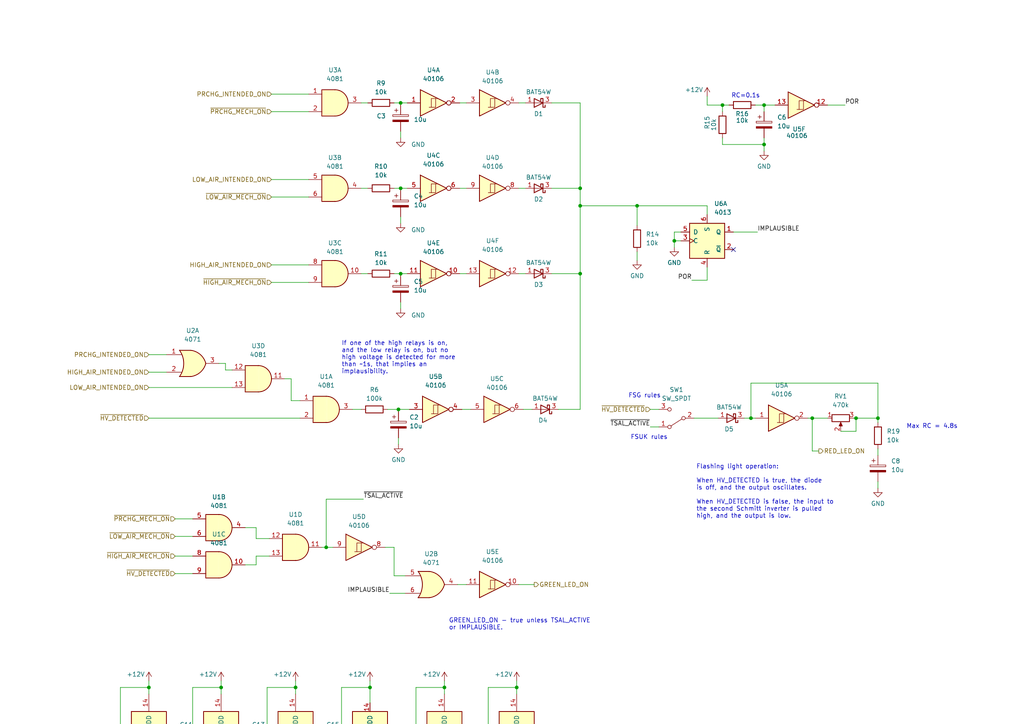
<source format=kicad_sch>
(kicad_sch (version 20211123) (generator eeschema)
  (paper "A4")
  (title_block (title "HV Sense") (date "2023-04-02") (rev "1.1.0") (company "SUFST - Southampton University Formula Student Team") (comment 1 "STAG 9") (comment 3 "Marek Frodyma"))
  (lib_symbols
    (symbol "4xxx:40106" (pin_names (offset 1.016))
      (property "Reference" "U" (at 0 1.27 0))
      (property "Value" "40106" (at 0 -1.27 0))
      (symbol "40106_1_0"
        (pin input line (at -7.62 0 0) (length 3.81) (name "~") (number "1"))
        (pin output inverted (at 7.62 0 180) (length 3.81) (name "~") (number "2"))
      )
      (symbol "40106_2_0"
        (pin input line (at -7.62 0 0) (length 3.81) (name "~") (number "3"))
        (pin output inverted (at 7.62 0 180) (length 3.81) (name "~") (number "4"))
      )
      (symbol "40106_3_0"
        (pin input line (at -7.62 0 0) (length 3.81) (name "~") (number "5"))
        (pin output inverted (at 7.62 0 180) (length 3.81) (name "~") (number "6"))
      )
      (symbol "40106_4_0"
        (pin output inverted (at 7.62 0 180) (length 3.81) (name "~") (number "8"))
        (pin input line (at -7.62 0 0) (length 3.81) (name "~") (number "9"))
      )
      (symbol "40106_5_0"
        (pin output inverted (at 7.62 0 180) (length 3.81) (name "~") (number "10"))
        (pin input line (at -7.62 0 0) (length 3.81) (name "~") (number "11"))
      )
      (symbol "40106_6_0"
        (pin output inverted (at 7.62 0 180) (length 3.81) (name "~") (number "12"))
        (pin input line (at -7.62 0 0) (length 3.81) (name "~") (number "13"))
      )
      (symbol "40106_7_0"
        (pin power_in line (at 0 12.7 270) (length 5.08) (name "VDD") (number "14"))
        (pin power_in line (at 0 -12.7 90) (length 5.08) (name "VSS") (number "7"))
      )
    )
    (symbol "4xxx:4013" (pin_names (offset 1.016))
      (property "Reference" "U" (at -7.62 8.89 0))
      (property "Value" "4013" (at -7.62 -8.89 0))
      (symbol "4013_1_1"
        (pin output line (at 7.62 2.54 180) (length 2.54) (name "Q") (number "1"))
        (pin output line (at 7.62 -2.54 180) (length 2.54) (name "~{Q}") (number "2"))
        (pin input clock (at -7.62 0 0) (length 2.54) (name "C") (number "3"))
        (pin input line (at 0 -7.62 90) (length 2.54) (name "R") (number "4"))
        (pin input line (at -7.62 2.54 0) (length 2.54) (name "D") (number "5"))
        (pin input line (at 0 7.62 270) (length 2.54) (name "S") (number "6"))
      )
      (symbol "4013_2_1"
        (pin input line (at 0 -7.62 90) (length 2.54) (name "R") (number "10"))
        (pin input clock (at -7.62 0 0) (length 2.54) (name "C") (number "11"))
        (pin output line (at 7.62 -2.54 180) (length 2.54) (name "~{Q}") (number "12"))
        (pin output line (at 7.62 2.54 180) (length 2.54) (name "Q") (number "13"))
        (pin input line (at 0 7.62 270) (length 2.54) (name "S") (number "8"))
        (pin input line (at -7.62 2.54 0) (length 2.54) (name "D") (number "9"))
      )
      (symbol "4013_3_0"
        (pin power_in line (at 0 10.16 270) (length 2.54) (name "VDD") (number "14"))
        (pin power_in line (at 0 -10.16 90) (length 2.54) (name "VSS") (number "7"))
      )
    )
    (symbol "4xxx:4071" (pin_names (offset 1.016))
      (property "Reference" "U" (at 0 1.27 0))
      (property "Value" "4071" (at 0 -1.27 0))
      (symbol "4071_1_1"
        (pin input line (at -7.62 2.54 0) (length 4.318) (name "~") (number "1"))
        (pin input line (at -7.62 -2.54 0) (length 4.318) (name "~") (number "2"))
        (pin output line (at 7.62 0 180) (length 3.81) (name "~") (number "3"))
      )
      (symbol "4071_1_2"
        (pin input inverted (at -7.62 2.54 0) (length 3.81) (name "~") (number "1"))
        (pin input inverted (at -7.62 -2.54 0) (length 3.81) (name "~") (number "2"))
        (pin output inverted (at 7.62 0 180) (length 3.81) (name "~") (number "3"))
      )
      (symbol "4071_2_1"
        (pin output line (at 7.62 0 180) (length 3.81) (name "~") (number "4"))
        (pin input line (at -7.62 2.54 0) (length 4.318) (name "~") (number "5"))
        (pin input line (at -7.62 -2.54 0) (length 4.318) (name "~") (number "6"))
      )
      (symbol "4071_2_2"
        (pin output inverted (at 7.62 0 180) (length 3.81) (name "~") (number "4"))
        (pin input inverted (at -7.62 2.54 0) (length 3.81) (name "~") (number "5"))
        (pin input inverted (at -7.62 -2.54 0) (length 3.81) (name "~") (number "6"))
      )
      (symbol "4071_3_1"
        (pin output line (at 7.62 0 180) (length 3.81) (name "~") (number "10"))
        (pin input line (at -7.62 2.54 0) (length 4.318) (name "~") (number "8"))
        (pin input line (at -7.62 -2.54 0) (length 4.318) (name "~") (number "9"))
      )
      (symbol "4071_3_2"
        (pin output inverted (at 7.62 0 180) (length 3.81) (name "~") (number "10"))
        (pin input inverted (at -7.62 2.54 0) (length 3.81) (name "~") (number "8"))
        (pin input inverted (at -7.62 -2.54 0) (length 3.81) (name "~") (number "9"))
      )
      (symbol "4071_4_1"
        (pin output line (at 7.62 0 180) (length 3.81) (name "~") (number "11"))
        (pin input line (at -7.62 2.54 0) (length 4.318) (name "~") (number "12"))
        (pin input line (at -7.62 -2.54 0) (length 4.318) (name "~") (number "13"))
      )
      (symbol "4071_4_2"
        (pin output inverted (at 7.62 0 180) (length 3.81) (name "~") (number "11"))
        (pin input inverted (at -7.62 2.54 0) (length 3.81) (name "~") (number "12"))
        (pin input inverted (at -7.62 -2.54 0) (length 3.81) (name "~") (number "13"))
      )
      (symbol "4071_5_0"
        (pin power_in line (at 0 12.7 270) (length 5.08) (name "VDD") (number "14"))
        (pin power_in line (at 0 -12.7 90) (length 5.08) (name "VSS") (number "7"))
      )
    )
    (symbol "4xxx:4081" (pin_names (offset 1.016))
      (property "Reference" "U" (at 0 1.27 0))
      (property "Value" "4081" (at 0 -1.27 0))
      (symbol "4081_1_1"
        (pin input line (at -7.62 2.54 0) (length 3.81) (name "~") (number "1"))
        (pin input line (at -7.62 -2.54 0) (length 3.81) (name "~") (number "2"))
        (pin output line (at 7.62 0 180) (length 3.81) (name "~") (number "3"))
      )
      (symbol "4081_1_2"
        (pin input inverted (at -7.62 2.54 0) (length 4.318) (name "~") (number "1"))
        (pin input inverted (at -7.62 -2.54 0) (length 4.318) (name "~") (number "2"))
        (pin output inverted (at 7.62 0 180) (length 3.81) (name "~") (number "3"))
      )
      (symbol "4081_2_1"
        (pin output line (at 7.62 0 180) (length 3.81) (name "~") (number "4"))
        (pin input line (at -7.62 2.54 0) (length 3.81) (name "~") (number "5"))
        (pin input line (at -7.62 -2.54 0) (length 3.81) (name "~") (number "6"))
      )
      (symbol "4081_2_2"
        (pin output inverted (at 7.62 0 180) (length 3.81) (name "~") (number "4"))
        (pin input inverted (at -7.62 2.54 0) (length 4.318) (name "~") (number "5"))
        (pin input inverted (at -7.62 -2.54 0) (length 4.318) (name "~") (number "6"))
      )
      (symbol "4081_3_1"
        (pin output line (at 7.62 0 180) (length 3.81) (name "~") (number "10"))
        (pin input line (at -7.62 2.54 0) (length 3.81) (name "~") (number "8"))
        (pin input line (at -7.62 -2.54 0) (length 3.81) (name "~") (number "9"))
      )
      (symbol "4081_3_2"
        (pin output inverted (at 7.62 0 180) (length 3.81) (name "~") (number "10"))
        (pin input inverted (at -7.62 2.54 0) (length 4.318) (name "~") (number "8"))
        (pin input inverted (at -7.62 -2.54 0) (length 4.318) (name "~") (number "9"))
      )
      (symbol "4081_4_1"
        (pin output line (at 7.62 0 180) (length 3.81) (name "~") (number "11"))
        (pin input line (at -7.62 2.54 0) (length 3.81) (name "~") (number "12"))
        (pin input line (at -7.62 -2.54 0) (length 3.81) (name "~") (number "13"))
      )
      (symbol "4081_4_2"
        (pin output inverted (at 7.62 0 180) (length 3.81) (name "~") (number "11"))
        (pin input inverted (at -7.62 2.54 0) (length 4.318) (name "~") (number "12"))
        (pin input inverted (at -7.62 -2.54 0) (length 4.318) (name "~") (number "13"))
      )
      (symbol "4081_5_0"
        (pin power_in line (at 0 12.7 270) (length 5.08) (name "VDD") (number "14"))
        (pin power_in line (at 0 -12.7 90) (length 5.08) (name "VSS") (number "7"))
      )
    )
    (symbol "Device:C" (pin_numbers hide) (pin_names (offset 0.254))
      (property "Reference" "C" (at 0.635 2.54 0))
      (property "Value" "C" (at 0.635 -2.54 0))
      (symbol "C_1_1"
        (pin passive line (at 0 3.81 270) (length 2.794) (name "~") (number "1"))
        (pin passive line (at 0 -3.81 90) (length 2.794) (name "~") (number "2"))
      )
    )
    (symbol "Device:C_Polarized" (pin_numbers hide) (pin_names (offset 0.254))
      (property "Reference" "C" (at 0.635 2.54 0))
      (property "Value" "C_Polarized" (at 0.635 -2.54 0))
      (symbol "C_Polarized_1_1"
        (pin passive line (at 0 3.81 270) (length 2.794) (name "~") (number "1"))
        (pin passive line (at 0 -3.81 90) (length 2.794) (name "~") (number "2"))
      )
    )
    (symbol "Device:R" (pin_numbers hide) (pin_names (offset 0))
      (property "Reference" "R" (at 2.032 0 90))
      (property "Value" "R" (at 0 0 90))
      (symbol "R_1_1"
        (pin passive line (at 0 3.81 270) (length 1.27) (name "~") (number "1"))
        (pin passive line (at 0 -3.81 90) (length 1.27) (name "~") (number "2"))
      )
    )
    (symbol "Device:R_Potentiometer" (pin_names (offset 1.016) hide)
      (property "Reference" "RV" (at -4.445 0 90))
      (property "Value" "R_Potentiometer" (at -2.54 0 90))
      (symbol "R_Potentiometer_1_1"
        (pin passive line (at 0 3.81 270) (length 1.27) (name "1") (number "1"))
        (pin passive line (at 3.81 0 180) (length 1.27) (name "2") (number "2"))
        (pin passive line (at 0 -3.81 90) (length 1.27) (name "3") (number "3"))
      )
    )
    (symbol "Diode:BAT54W" (pin_names (offset 1.016) hide)
      (property "Reference" "D" (at 0 2.54 0))
      (property "Value" "BAT54W" (at 0 -2.54 0))
      (symbol "BAT54W_1_1"
        (pin passive line (at 3.81 0 180) (length 2.54) (name "A") (number "1"))
        (pin no_connect line (at 0 0 90) (length 2.54) hide (name "NC") (number "2"))
        (pin passive line (at -3.81 0 0) (length 2.54) (name "K") (number "3"))
      )
    )
    (symbol "Switch:SW_SPDT" (pin_names (offset 0) hide)
      (property "Reference" "SW" (at 0 4.318 0))
      (property "Value" "SW_SPDT" (at 0 -5.08 0))
      (symbol "SW_SPDT_1_1"
        (pin passive line (at 5.08 2.54 180) (length 2.54) (name "A") (number "1"))
        (pin passive line (at -5.08 0 0) (length 2.54) (name "B") (number "2"))
        (pin passive line (at 5.08 -2.54 180) (length 2.54) (name "C") (number "3"))
      )
    )
    (symbol "power:+12V" (power) (pin_names (offset 0))
      (property "Value" "+12V" (at 0 3.556 0))
      (symbol "+12V_1_1"
        (pin power_in line (at 0 0 90) (length 0) hide (name "+12V") (number "1"))
      )
    )
    (symbol "power:GND" (power) (pin_names (offset 0))
      (property "Value" "GND" (at 0 -3.81 0))
      (symbol "GND_1_1"
        (pin power_in line (at 0 0 270) (length 0) hide (name "GND") (number "1"))
      )
    )
  )
  (junction (at 116.205 79.375))
  (junction (at 116.205 54.61))
  (junction (at 168.275 79.375))
  (junction (at 43.18 199.39))
  (junction (at 128.905 199.39))
  (junction (at 85.725 228.6))
  (junction (at 116.205 29.845))
  (junction (at 85.725 199.39))
  (junction (at 64.135 199.39))
  (junction (at 195.58 69.85))
  (junction (at 149.86 199.39))
  (junction (at 221.615 30.48))
  (junction (at 235.585 121.285))
  (junction (at 33.02 253.365))
  (junction (at 168.275 54.61))
  (junction (at 115.57 255.27))
  (junction (at 209.55 30.48))
  (junction (at 128.905 228.6))
  (junction (at 107.315 228.6))
  (junction (at 123.19 265.43))
  (junction (at 32.385 265.43))
  (junction (at 248.285 121.285))
  (junction (at 221.615 41.91))
  (junction (at 43.18 228.6))
  (junction (at 149.86 228.6))
  (junction (at 107.315 199.39))
  (junction (at 184.785 59.69))
  (junction (at 217.805 121.285))
  (junction (at 115.57 257.81))
  (junction (at 254.635 121.285))
  (junction (at 94.615 158.75))
  (junction (at 115.57 118.745))
  (junction (at 64.135 228.6))
  (junction (at 168.275 59.69))
  (no_connect (at 212.725 72.39))
  (no_connect (at 130.81 255.27))
  (no_connect (at 130.81 260.35))
  (no_connect (at 50.165 250.825))
  (no_connect (at 49.53 262.89))
  (wire (pts (xy 43.18 228.6) (xy 43.18 226.695)))
  (wire (pts (xy 240.03 30.48) (xy 245.11 30.48)))
  (wire (pts (xy 128.905 228.6) (xy 128.905 230.505)))
  (wire (pts (xy 209.55 30.48) (xy 209.55 32.385)))
  (wire (pts (xy 141.605 228.6) (xy 149.86 228.6)))
  (wire (pts (xy 32.385 265.43) (xy 34.29 265.43)))
  (wire (pts (xy 247.65 121.285) (xy 248.285 121.285)))
  (wire (pts (xy 168.275 118.745) (xy 168.275 79.375)))
  (wire (pts (xy 77.47 228.6) (xy 85.725 228.6)))
  (wire (pts (xy 107.315 199.39) (xy 107.315 203.835)))
  (wire (pts (xy 84.455 116.205) (xy 86.995 116.205)))
  (wire (pts (xy 209.55 30.48) (xy 211.455 30.48)))
  (wire (pts (xy 205.105 77.47) (xy 205.105 81.28)))
  (wire (pts (xy 33.02 248.285) (xy 33.02 253.365)))
  (wire (pts (xy 94.615 158.75) (xy 96.52 158.75)))
  (wire (pts (xy 77.47 199.39) (xy 85.725 199.39)))
  (wire (pts (xy 221.615 40.005) (xy 221.615 41.91)))
  (wire (pts (xy 74.295 156.21) (xy 78.105 156.21)))
  (wire (pts (xy 132.715 169.545) (xy 135.255 169.545)))
  (wire (pts (xy 234.315 121.285) (xy 235.585 121.285)))
  (wire (pts (xy 112.395 118.745) (xy 115.57 118.745)))
  (wire (pts (xy 64.135 228.6) (xy 64.135 226.695)))
  (wire (pts (xy 116.205 79.375) (xy 118.11 79.375)))
  (wire (pts (xy 50.8 155.575) (xy 55.88 155.575)))
  (wire (pts (xy 215.9 121.285) (xy 217.805 121.285)))
  (wire (pts (xy 116.205 29.845) (xy 116.205 30.48)))
  (wire (pts (xy 34.925 228.6) (xy 43.18 228.6)))
  (wire (pts (xy 114.3 79.375) (xy 116.205 79.375)))
  (wire (pts (xy 150.495 54.61) (xy 152.4 54.61)))
  (wire (pts (xy 117.475 167.005) (xy 114.3 167.005)))
  (wire (pts (xy 43.18 102.87) (xy 48.26 102.87)))
  (wire (pts (xy 104.775 54.61) (xy 106.68 54.61)))
  (wire (pts (xy 115.57 127) (xy 115.57 128.905)))
  (wire (pts (xy 34.925 218.44) (xy 34.925 228.6)))
  (wire (pts (xy 71.12 163.83) (xy 74.295 163.83)))
  (wire (pts (xy 168.275 29.845) (xy 168.275 54.61)))
  (wire (pts (xy 254.635 121.285) (xy 254.635 111.125)))
  (wire (pts (xy 64.135 199.39) (xy 64.135 201.295)))
  (wire (pts (xy 43.18 197.485) (xy 43.18 199.39)))
  (wire (pts (xy 84.455 109.855) (xy 84.455 116.205)))
  (wire (pts (xy 32.385 266.7) (xy 32.385 265.43)))
  (wire (pts (xy 209.55 40.005) (xy 209.55 41.91)))
  (wire (pts (xy 188.595 123.825) (xy 191.135 123.825)))
  (wire (pts (xy 184.785 59.69) (xy 168.275 59.69)))
  (wire (pts (xy 133.35 29.845) (xy 135.255 29.845)))
  (wire (pts (xy 235.585 130.81) (xy 237.49 130.81)))
  (wire (pts (xy 99.06 228.6) (xy 107.315 228.6)))
  (wire (pts (xy 115.57 118.745) (xy 115.57 119.38)))
  (wire (pts (xy 107.315 197.485) (xy 107.315 199.39)))
  (wire (pts (xy 78.74 57.15) (xy 89.535 57.15)))
  (wire (pts (xy 55.88 228.6) (xy 64.135 228.6)))
  (wire (pts (xy 149.86 228.6) (xy 149.86 226.695)))
  (wire (pts (xy 217.805 111.125) (xy 217.805 121.285)))
  (wire (pts (xy 50.8 166.37) (xy 55.88 166.37)))
  (wire (pts (xy 205.105 59.69) (xy 184.785 59.69)))
  (wire (pts (xy 34.925 248.285) (xy 33.02 248.285)))
  (wire (pts (xy 64.135 197.485) (xy 64.135 199.39)))
  (wire (pts (xy 120.65 228.6) (xy 128.905 228.6)))
  (wire (pts (xy 78.74 27.305) (xy 89.535 27.305)))
  (wire (pts (xy 116.205 54.61) (xy 118.11 54.61)))
  (wire (pts (xy 141.605 210.82) (xy 141.605 199.39)))
  (wire (pts (xy 184.785 65.405) (xy 184.785 59.69)))
  (wire (pts (xy 74.295 161.29) (xy 78.105 161.29)))
  (wire (pts (xy 78.74 76.835) (xy 89.535 76.835)))
  (wire (pts (xy 120.65 218.44) (xy 120.65 228.6)))
  (wire (pts (xy 65.405 105.41) (xy 63.5 105.41)))
  (wire (pts (xy 205.105 62.23) (xy 205.105 59.69)))
  (wire (pts (xy 150.495 29.845) (xy 152.4 29.845)))
  (wire (pts (xy 102.235 118.745) (xy 104.775 118.745)))
  (wire (pts (xy 150.495 79.375) (xy 152.4 79.375)))
  (wire (pts (xy 33.02 253.365) (xy 34.925 253.365)))
  (wire (pts (xy 120.65 210.82) (xy 120.65 199.39)))
  (wire (pts (xy 133.985 118.745) (xy 136.525 118.745)))
  (wire (pts (xy 219.075 30.48) (xy 221.615 30.48)))
  (wire (pts (xy 116.205 62.865) (xy 116.205 64.77)))
  (wire (pts (xy 115.57 265.43) (xy 123.19 265.43)))
  (wire (pts (xy 99.06 218.44) (xy 99.06 228.6)))
  (wire (pts (xy 243.84 125.095) (xy 248.285 125.095)))
  (wire (pts (xy 149.86 197.485) (xy 149.86 199.39)))
  (wire (pts (xy 161.925 118.745) (xy 168.275 118.745)))
  (wire (pts (xy 55.88 218.44) (xy 55.88 228.6)))
  (wire (pts (xy 150.495 169.545) (xy 154.94 169.545)))
  (wire (pts (xy 133.35 79.375) (xy 135.255 79.375)))
  (wire (pts (xy 113.03 172.085) (xy 117.475 172.085)))
  (wire (pts (xy 94.615 144.78) (xy 105.41 144.78)))
  (wire (pts (xy 115.57 118.745) (xy 118.745 118.745)))
  (wire (pts (xy 116.205 29.845) (xy 118.11 29.845)))
  (wire (pts (xy 65.405 107.315) (xy 65.405 105.41)))
  (wire (pts (xy 34.29 260.35) (xy 32.385 260.35)))
  (wire (pts (xy 85.725 197.485) (xy 85.725 199.39)))
  (wire (pts (xy 201.295 121.285) (xy 208.28 121.285)))
  (wire (pts (xy 168.275 59.69) (xy 168.275 79.375)))
  (wire (pts (xy 248.285 125.095) (xy 248.285 121.285)))
  (wire (pts (xy 205.105 30.48) (xy 209.55 30.48)))
  (wire (pts (xy 128.905 228.6) (xy 128.905 226.695)))
  (wire (pts (xy 116.205 87.63) (xy 116.205 89.535)))
  (wire (pts (xy 188.595 118.745) (xy 191.135 118.745)))
  (wire (pts (xy 50.8 150.495) (xy 55.88 150.495)))
  (wire (pts (xy 149.86 228.6) (xy 149.86 230.505)))
  (wire (pts (xy 195.58 67.31) (xy 197.485 67.31)))
  (wire (pts (xy 107.315 228.6) (xy 107.315 230.505)))
  (wire (pts (xy 123.19 250.19) (xy 115.57 250.19)))
  (wire (pts (xy 151.765 118.745) (xy 154.305 118.745)))
  (wire (pts (xy 111.76 158.75) (xy 114.3 158.75)))
  (wire (pts (xy 104.775 29.845) (xy 106.68 29.845)))
  (wire (pts (xy 160.02 79.375) (xy 168.275 79.375)))
  (wire (pts (xy 64.135 228.6) (xy 64.135 230.505)))
  (wire (pts (xy 74.295 163.83) (xy 74.295 161.29)))
  (wire (pts (xy 43.18 199.39) (xy 43.18 201.295)))
  (wire (pts (xy 77.47 210.82) (xy 77.47 199.39)))
  (wire (pts (xy 33.02 254.635) (xy 33.02 253.365)))
  (wire (pts (xy 254.635 121.285) (xy 254.635 122.555)))
  (wire (pts (xy 99.06 210.82) (xy 99.06 199.39)))
  (wire (pts (xy 221.615 30.48) (xy 224.79 30.48)))
  (wire (pts (xy 128.905 197.485) (xy 128.905 199.39)))
  (wire (pts (xy 55.88 199.39) (xy 64.135 199.39)))
  (wire (pts (xy 160.02 54.61) (xy 168.275 54.61)))
  (wire (pts (xy 254.635 130.175) (xy 254.635 132.08)))
  (wire (pts (xy 168.275 54.61) (xy 168.275 59.69)))
  (wire (pts (xy 128.905 199.39) (xy 128.905 201.295)))
  (wire (pts (xy 116.205 79.375) (xy 116.205 80.01)))
  (wire (pts (xy 77.47 218.44) (xy 77.47 228.6)))
  (wire (pts (xy 71.12 153.035) (xy 74.295 153.035)))
  (wire (pts (xy 114.3 29.845) (xy 116.205 29.845)))
  (wire (pts (xy 74.295 153.035) (xy 74.295 156.21)))
  (wire (pts (xy 120.65 199.39) (xy 128.905 199.39)))
  (wire (pts (xy 254.635 139.7) (xy 254.635 141.605)))
  (wire (pts (xy 123.19 265.43) (xy 123.19 267.335)))
  (wire (pts (xy 78.74 81.915) (xy 89.535 81.915)))
  (wire (pts (xy 221.615 41.91) (xy 221.615 43.815)))
  (wire (pts (xy 205.105 81.28) (xy 200.66 81.28)))
  (wire (pts (xy 78.74 52.07) (xy 89.535 52.07)))
  (wire (pts (xy 55.88 210.82) (xy 55.88 199.39)))
  (wire (pts (xy 221.615 30.48) (xy 221.615 32.385)))
  (wire (pts (xy 43.18 112.395) (xy 67.31 112.395)))
  (wire (pts (xy 115.57 250.19) (xy 115.57 255.27)))
  (wire (pts (xy 67.31 107.315) (xy 65.405 107.315)))
  (wire (pts (xy 99.06 199.39) (xy 107.315 199.39)))
  (wire (pts (xy 195.58 69.85) (xy 195.58 67.31)))
  (wire (pts (xy 114.3 54.61) (xy 116.205 54.61)))
  (wire (pts (xy 116.205 54.61) (xy 116.205 55.245)))
  (wire (pts (xy 209.55 41.91) (xy 221.615 41.91)))
  (wire (pts (xy 34.925 210.82) (xy 34.925 199.39)))
  (wire (pts (xy 116.205 38.1) (xy 116.205 40.005)))
  (wire (pts (xy 85.725 228.6) (xy 85.725 226.695)))
  (wire (pts (xy 141.605 218.44) (xy 141.605 228.6)))
  (wire (pts (xy 195.58 71.755) (xy 195.58 69.85)))
  (wire (pts (xy 149.86 199.39) (xy 149.86 201.295)))
  (wire (pts (xy 212.725 67.31) (xy 219.71 67.31)))
  (wire (pts (xy 217.805 121.285) (xy 219.075 121.285)))
  (wire (pts (xy 141.605 199.39) (xy 149.86 199.39)))
  (wire (pts (xy 78.74 32.385) (xy 89.535 32.385)))
  (wire (pts (xy 82.55 109.855) (xy 84.455 109.855)))
  (wire (pts (xy 94.615 158.75) (xy 94.615 144.78)))
  (wire (pts (xy 133.35 54.61) (xy 135.255 54.61)))
  (wire (pts (xy 114.3 167.005) (xy 114.3 158.75)))
  (wire (pts (xy 235.585 121.285) (xy 235.585 130.81)))
  (wire (pts (xy 50.8 161.29) (xy 55.88 161.29)))
  (wire (pts (xy 43.18 107.95) (xy 48.26 107.95)))
  (wire (pts (xy 195.58 69.85) (xy 197.485 69.85)))
  (wire (pts (xy 235.585 121.285) (xy 240.03 121.285)))
  (wire (pts (xy 184.785 73.025) (xy 184.785 75.565)))
  (wire (pts (xy 104.775 79.375) (xy 106.68 79.375)))
  (wire (pts (xy 85.725 228.6) (xy 85.725 230.505)))
  (wire (pts (xy 93.345 158.75) (xy 94.615 158.75)))
  (wire (pts (xy 85.725 199.39) (xy 85.725 201.295)))
  (wire (pts (xy 43.18 228.6) (xy 43.18 230.505)))
  (wire (pts (xy 107.315 224.155) (xy 107.315 228.6)))
  (wire (pts (xy 248.285 121.285) (xy 254.635 121.285)))
  (wire (pts (xy 115.57 255.27) (xy 115.57 257.81)))
  (wire (pts (xy 160.02 29.845) (xy 168.275 29.845)))
  (wire (pts (xy 32.385 260.35) (xy 32.385 265.43)))
  (wire (pts (xy 115.57 257.81) (xy 115.57 265.43)))
  (wire (pts (xy 43.18 121.285) (xy 86.995 121.285)))
  (wire (pts (xy 254.635 111.125) (xy 217.805 111.125)))
  (wire (pts (xy 34.925 199.39) (xy 43.18 199.39)))
  (wire (pts (xy 205.105 27.94) (xy 205.105 30.48)))
  (text "Flashing light operation:\n\nWhen HV_DETECTED is true, the diode \nis off, and the output oscillates.\n\nWhen HV_DETECTED is false, the input to\nthe second Schmitt inverter is pulled\nhigh, and the output is low." (at 201.93 150.495 0) (effects (font (size 1.27 1.27)) (justify left bottom)))
  (text "Max RC = 4.8s" (at 262.89 124.46 0) (effects (font (size 1.27 1.27)) (justify left bottom)))
  (text "GREEN_LED_ON - true unless TSAL_ACTIVE\nor IMPLAUSIBLE." (at 130.175 182.88 0) (effects (font (size 1.27 1.27)) (justify left bottom)))
  (text "FSG rules" (at 182.245 115.57 0) (effects (font (size 1.27 1.27)) (justify left bottom)))
  (text "If one of the high relays is on,\nand the low relay is on, but no\nhigh voltage is detected for more\nthan ~1s, that implies an \nimplausibility." (at 99.06 108.585 0) (effects (font (size 1.27 1.27)) (justify left bottom)))
  (text "FSUK rules" (at 182.88 127.635 0) (effects (font (size 1.27 1.27)) (justify left bottom)))
  (text "RC=0.1s" (at 212.09 28.575 0) (effects (font (size 1.27 1.27)) (justify left bottom)))
  (label "~{TSAL_ACTIVE}" (at 188.595 123.825 180))
  (label "POR" (at 245.11 30.48 0))
  (label "POR" (at 200.66 81.28 180))
  (label "IMPLAUSIBLE" (at 113.03 172.085 180))
  (label "IMPLAUSIBLE" (at 219.71 67.31 0))
  (label "~{TSAL_ACTIVE}" (at 105.41 144.78 0))
  (hierarchical_label "HIGH_AIR_INTENDED_ON" (shape input) (at 43.18 107.95 180))
  (hierarchical_label "GREEN_LED_ON" (shape output) (at 154.94 169.545 0))
  (hierarchical_label "~{LOW_AIR_MECH_ON}" (shape input) (at 50.8 155.575 180))
  (hierarchical_label "LOW_AIR_INTENDED_ON" (shape input) (at 78.74 52.07 180))
  (hierarchical_label "HIGH_AIR_INTENDED_ON" (shape input) (at 78.74 76.835 180))
  (hierarchical_label "RED_LED_ON" (shape output) (at 237.49 130.81 0))
  (hierarchical_label "~{HIGH_AIR_MECH_ON}" (shape input) (at 50.8 161.29 180))
  (hierarchical_label "~{LOW_AIR_MECH_ON}" (shape input) (at 78.74 57.15 180))
  (hierarchical_label "~{PRCHG_MECH_ON}" (shape input) (at 50.8 150.495 180))
  (hierarchical_label "~{HIGH_AIR_MECH_ON}" (shape input) (at 78.74 81.915 180))
  (hierarchical_label "~{HV_DETECTED}" (shape input) (at 50.8 166.37 180))
  (hierarchical_label "~{PRCHG_MECH_ON}" (shape input) (at 78.74 32.385 180))
  (hierarchical_label "PRCHG_INTENDED_ON" (shape input) (at 78.74 27.305 180))
  (hierarchical_label "~{HV_DETECTED}" (shape input) (at 188.595 118.745 180))
  (hierarchical_label "PRCHG_INTENDED_ON" (shape input) (at 43.18 102.87 180))
  (hierarchical_label "~{HV_DETECTED}" (shape input) (at 43.18 121.285 180))
  (hierarchical_label "LOW_AIR_INTENDED_ON" (shape input) (at 43.18 112.395 180))
  (symbol (lib_id "4xxx:4071") (at 55.88 105.41 0) (unit 1)
    (property "Reference" "U2" (at 55.88 95.885 0))
    (property "Value" "4071" (at 55.88 98.425 0))
    (property "Footprint" "Package_SO:SOIC-14_3.9x8.7mm_P1.27mm" (effects hide))
    (property "Datasheet" "http://www.intersil.com/content/dam/Intersil/documents/cd40/cd4071bms-72bms-75bms.pdf" (effects hide))
  )
  (symbol (lib_id "Switch:SW_SPDT") (at 196.215 121.285 180) (unit 1)
    (property "Reference" "SW1" (at 196.215 113.03 0))
    (property "Value" "SW_SPDT" (at 196.215 115.57 0))
    (property "Footprint" "Connector_PinHeader_2.54mm:PinHeader_1x03_P2.54mm_Vertical" (effects hide))
  )
  (symbol (lib_id "Device:R_Potentiometer") (at 243.84 121.285 90) (mirror x) (unit 1)
    (property "Reference" "RV1" (at 243.84 114.935 90))
    (property "Value" "470k" (at 243.84 117.475 90))
    (property "Footprint" "Potentiometer_THT:Potentiometer_Bourns_3296W_Vertical" (effects hide))
  )
  (symbol (lib_id "power:GND") (at 32.385 266.7 0) (unit 1)
    (property "Reference" "#PWR0101" (effects hide))
    (property "Value" "GND" (at 32.385 271.145 0))
  )
  (symbol (lib_id "Device:C") (at 99.06 214.63 0) (unit 1)
    (property "Reference" "C15" (at 94.615 210.185 0) (effects (justify left)))
    (property "Value" "100n" (at 93.345 212.09 0) (effects (justify left)))
    (property "Footprint" "Capacitor_SMD:C_0603_1608Metric" (effects hide))
  )
  (symbol (lib_id "4xxx:40106") (at 232.41 30.48 0) (unit 6)
    (property "Reference" "U5" (at 231.775 37.465 0))
    (property "Value" "40106" (at 231.14 39.37 0))
    (property "Footprint" "Package_SO:SOIC-14_3.9x8.7mm_P1.27mm" (effects hide))
    (property "Datasheet" "https://assets.nexperia.com/documents/data-sheet/HEF40106B.pdf" (effects hide))
  )
  (symbol (lib_id "Device:R") (at 110.49 54.61 90) (unit 1)
    (property "Reference" "R10" (at 110.49 48.26 90))
    (property "Value" "10k" (at 110.49 50.8 90))
    (property "Footprint" "Resistor_SMD:R_0603_1608Metric" (effects hide))
  )
  (symbol (lib_id "power:GND") (at 116.205 40.005 0) (unit 1)
    (property "Reference" "#PWR010" (effects hide))
    (property "Value" "GND" (at 121.285 41.91 0))
  )
  (symbol (lib_id "4xxx:4071") (at 125.095 169.545 0) (unit 2)
    (property "Reference" "U2" (at 125.095 160.655 0))
    (property "Value" "4071" (at 125.095 163.195 0))
    (property "Footprint" "Package_SO:SOIC-14_3.9x8.7mm_P1.27mm" (effects hide))
    (property "Datasheet" "http://www.intersil.com/content/dam/Intersil/documents/cd40/cd4071bms-72bms-75bms.pdf" (effects hide))
  )
  (symbol (lib_id "4xxx:4081") (at 63.5 153.035 0) (unit 2)
    (property "Reference" "U1" (at 63.5 144.145 0))
    (property "Value" "4081" (at 63.5 146.685 0))
    (property "Footprint" "Package_SO:SOIC-14_3.9x8.7mm_P1.27mm" (effects hide))
    (property "Datasheet" "http://www.intersil.com/content/dam/Intersil/documents/cd40/cd4073bms-81bms-82bms.pdf" (effects hide))
  )
  (symbol (lib_id "Device:R") (at 110.49 79.375 90) (unit 1)
    (property "Reference" "R11" (at 110.49 73.66 90))
    (property "Value" "10k" (at 110.49 76.2 90))
    (property "Footprint" "Resistor_SMD:R_0603_1608Metric" (effects hide))
  )
  (symbol (lib_id "power:+12V") (at 128.905 197.485 0) (unit 1)
    (property "Reference" "#PWR027" (effects hide))
    (property "Value" "+12V" (at 125.095 195.58 0))
  )
  (symbol (lib_id "4xxx:4013") (at 205.105 69.85 0) (unit 1)
    (property "Reference" "U6" (at 207.1244 59.055 0) (effects (justify left)))
    (property "Value" "4013" (at 207.1244 61.595 0) (effects (justify left)))
    (property "Footprint" "Package_SO:SOIC-14_3.9x8.7mm_P1.27mm" (effects hide))
    (property "Datasheet" "http://www.onsemi.com/pub/Collateral/MC14013B-D.PDF" (effects hide))
  )
  (symbol (lib_id "Diode:BAT54W") (at 212.09 121.285 180) (unit 1)
    (property "Reference" "D5" (at 211.455 124.46 0))
    (property "Value" "BAT54W" (at 211.455 118.11 0))
    (property "Footprint" "Package_TO_SOT_SMD:SOT-323_SC-70" (effects hide))
    (property "Datasheet" "https://assets.nexperia.com/documents/data-sheet/BAT54W_SER.pdf" (effects hide))
  )
  (symbol (lib_id "power:GND") (at 64.135 230.505 0) (unit 1)
    (property "Reference" "#PWR030" (effects hide))
    (property "Value" "GND" (at 64.135 234.95 0))
  )
  (symbol (lib_id "4xxx:40106") (at 64.135 213.995 0) (unit 7)
    (property "Reference" "U4" (at 66.675 223.52 0) (effects (justify left)))
    (property "Value" "40106" (at 65.405 225.425 0) (effects (justify left)))
    (property "Footprint" "Package_SO:SOIC-14_3.9x8.7mm_P1.27mm" (effects hide))
    (property "Datasheet" "https://assets.nexperia.com/documents/data-sheet/HEF40106B.pdf" (effects hide))
  )
  (symbol (lib_id "Device:R") (at 108.585 118.745 90) (unit 1)
    (property "Reference" "R6" (at 108.585 113.03 90))
    (property "Value" "100k" (at 108.585 115.57 90))
    (property "Footprint" "Resistor_SMD:R_0603_1608Metric" (effects hide))
  )
  (symbol (lib_id "power:+12V") (at 107.315 197.485 0) (unit 1)
    (property "Reference" "#PWR040" (effects hide))
    (property "Value" "+12V" (at 103.505 195.58 0))
  )
  (symbol (lib_id "4xxx:40106") (at 142.875 54.61 0) (unit 4)
    (property "Reference" "U4" (at 142.875 45.72 0))
    (property "Value" "40106" (at 142.875 48.26 0))
    (property "Footprint" "Package_SO:SOIC-14_3.9x8.7mm_P1.27mm" (effects hide))
    (property "Datasheet" "https://assets.nexperia.com/documents/data-sheet/HEF40106B.pdf" (effects hide))
  )
  (symbol (lib_id "Device:R") (at 209.55 36.195 0) (unit 1)
    (property "Reference" "R15" (at 205.105 35.56 90))
    (property "Value" "10k" (at 207.01 36.195 90))
    (property "Footprint" "Resistor_SMD:R_0603_1608Metric" (effects hide))
  )
  (symbol (lib_id "power:GND") (at 184.785 75.565 0) (unit 1)
    (property "Reference" "#PWR013" (effects hide))
    (property "Value" "GND" (at 184.785 80.01 0))
  )
  (symbol (lib_id "power:+12V") (at 64.135 197.485 0) (unit 1)
    (property "Reference" "#PWR029" (effects hide))
    (property "Value" "+12V" (at 60.325 195.58 0))
  )
  (symbol (lib_id "power:+12V") (at 205.105 27.94 0) (unit 1)
    (property "Reference" "#PWR014" (effects hide))
    (property "Value" "+12V" (at 201.295 26.035 0))
  )
  (symbol (lib_id "power:GND") (at 195.58 71.755 0) (unit 1)
    (property "Reference" "#PWR015" (effects hide))
    (property "Value" "GND" (at 195.58 76.2 0))
  )
  (symbol (lib_id "power:GND") (at 128.905 230.505 0) (unit 1)
    (property "Reference" "#PWR028" (effects hide))
    (property "Value" "GND" (at 128.905 234.95 0))
  )
  (symbol (lib_id "4xxx:4071") (at 41.91 262.89 0) (unit 4)
    (property "Reference" "U2" (at 41.91 254 0))
    (property "Value" "4071" (at 41.91 256.54 0))
    (property "Footprint" "Package_SO:SOIC-14_3.9x8.7mm_P1.27mm" (effects hide))
    (property "Datasheet" "http://www.intersil.com/content/dam/Intersil/documents/cd40/cd4071bms-72bms-75bms.pdf" (effects hide))
  )
  (symbol (lib_id "Device:C") (at 55.88 214.63 0) (unit 1)
    (property "Reference" "C11" (at 52.07 210.185 0) (effects (justify left)))
    (property "Value" "100n" (at 50.165 212.09 0) (effects (justify left)))
    (property "Footprint" "Capacitor_SMD:C_0603_1608Metric" (effects hide))
  )
  (symbol (lib_id "power:GND") (at 116.205 89.535 0) (unit 1)
    (property "Reference" "#PWR012" (effects hide))
    (property "Value" "GND" (at 121.285 91.44 0))
  )
  (symbol (lib_id "Diode:BAT54W") (at 158.115 118.745 180) (unit 1)
    (property "Reference" "D4" (at 157.48 121.92 0))
    (property "Value" "BAT54W" (at 158.115 115.57 0))
    (property "Footprint" "Package_TO_SOT_SMD:SOT-323_SC-70" (effects hide))
    (property "Datasheet" "https://assets.nexperia.com/documents/data-sheet/BAT54W_SER.pdf" (effects hide))
  )
  (symbol (lib_id "4xxx:40106") (at 144.145 118.745 0) (unit 3)
    (property "Reference" "U5" (at 144.145 109.855 0))
    (property "Value" "40106" (at 144.145 112.395 0))
    (property "Footprint" "Package_SO:SOIC-14_3.9x8.7mm_P1.27mm" (effects hide))
    (property "Datasheet" "https://assets.nexperia.com/documents/data-sheet/HEF40106B.pdf" (effects hide))
  )
  (symbol (lib_id "4xxx:40106") (at 85.725 213.995 0) (unit 7)
    (property "Reference" "U5" (at 87.63 223.52 0) (effects (justify left)))
    (property "Value" "40106" (at 86.36 225.425 0) (effects (justify left)))
    (property "Footprint" "Package_SO:SOIC-14_3.9x8.7mm_P1.27mm" (effects hide))
    (property "Datasheet" "https://assets.nexperia.com/documents/data-sheet/HEF40106B.pdf" (effects hide))
  )
  (symbol (lib_id "Diode:BAT54W") (at 156.21 79.375 180) (unit 1)
    (property "Reference" "D3" (at 156.21 82.55 0))
    (property "Value" "BAT54W" (at 156.21 76.2 0))
    (property "Footprint" "Package_TO_SOT_SMD:SOT-323_SC-70" (effects hide))
    (property "Datasheet" "https://assets.nexperia.com/documents/data-sheet/BAT54W_SER.pdf" (effects hide))
  )
  (symbol (lib_id "Device:C") (at 34.925 214.63 0) (unit 1)
    (property "Reference" "C9" (at 28.575 212.09 0) (effects (justify left)))
    (property "Value" "100n" (at 26.67 214.63 0) (effects (justify left)))
    (property "Footprint" "Capacitor_SMD:C_0603_1608Metric" (effects hide))
  )
  (symbol (lib_id "4xxx:40106") (at 126.365 118.745 0) (unit 2)
    (property "Reference" "U5" (at 126.365 109.22 0))
    (property "Value" "40106" (at 126.365 111.76 0))
    (property "Footprint" "Package_SO:SOIC-14_3.9x8.7mm_P1.27mm" (effects hide))
    (property "Datasheet" "https://assets.nexperia.com/documents/data-sheet/HEF40106B.pdf" (effects hide))
  )
  (symbol (lib_id "4xxx:4071") (at 42.545 250.825 0) (unit 3)
    (property "Reference" "U2" (at 42.545 241.3 0))
    (property "Value" "4071" (at 42.545 243.84 0))
    (property "Footprint" "Package_SO:SOIC-14_3.9x8.7mm_P1.27mm" (effects hide))
    (property "Datasheet" "http://www.intersil.com/content/dam/Intersil/documents/cd40/cd4071bms-72bms-75bms.pdf" (effects hide))
  )
  (symbol (lib_id "4xxx:40106") (at 226.695 121.285 0) (unit 1)
    (property "Reference" "U5" (at 226.695 111.76 0))
    (property "Value" "40106" (at 226.695 114.3 0))
    (property "Footprint" "Package_SO:SOIC-14_3.9x8.7mm_P1.27mm" (effects hide))
    (property "Datasheet" "https://assets.nexperia.com/documents/data-sheet/HEF40106B.pdf" (effects hide))
  )
  (symbol (lib_id "Device:C") (at 141.605 214.63 0) (unit 1)
    (property "Reference" "C12" (at 137.795 217.17 0) (effects (justify left)))
    (property "Value" "100n" (at 136.525 219.075 0) (effects (justify left)))
    (property "Footprint" "Capacitor_SMD:C_0603_1608Metric" (effects hide))
  )
  (symbol (lib_id "power:+12V") (at 149.86 197.485 0) (unit 1)
    (property "Reference" "#PWR031" (effects hide))
    (property "Value" "+12V" (at 146.05 195.58 0))
  )
  (symbol (lib_id "power:GND") (at 123.19 267.335 0) (unit 1)
    (property "Reference" "#PWR042" (effects hide))
    (property "Value" "GND" (at 123.19 271.78 0))
  )
  (symbol (lib_id "4xxx:4081") (at 74.93 109.855 0) (unit 4)
    (property "Reference" "U3" (at 74.93 100.33 0))
    (property "Value" "4081" (at 74.93 102.87 0))
    (property "Footprint" "Package_SO:SOIC-14_3.9x8.7mm_P1.27mm" (effects hide))
    (property "Datasheet" "http://www.intersil.com/content/dam/Intersil/documents/cd40/cd4073bms-81bms-82bms.pdf" (effects hide))
  )
  (symbol (lib_id "4xxx:4081") (at 97.155 79.375 0) (unit 3)
    (property "Reference" "U3" (at 97.155 70.485 0))
    (property "Value" "4081" (at 97.155 73.025 0))
    (property "Footprint" "Package_SO:SOIC-14_3.9x8.7mm_P1.27mm" (effects hide))
    (property "Datasheet" "http://www.intersil.com/content/dam/Intersil/documents/cd40/cd4073bms-81bms-82bms.pdf" (effects hide))
  )
  (symbol (lib_id "Diode:BAT54W") (at 156.21 54.61 180) (unit 1)
    (property "Reference" "D2" (at 156.21 57.785 0))
    (property "Value" "BAT54W" (at 156.21 51.435 0))
    (property "Footprint" "Package_TO_SOT_SMD:SOT-323_SC-70" (effects hide))
    (property "Datasheet" "https://assets.nexperia.com/documents/data-sheet/BAT54W_SER.pdf" (effects hide))
  )
  (symbol (lib_id "4xxx:40106") (at 142.875 79.375 0) (unit 6)
    (property "Reference" "U4" (at 142.875 69.85 0))
    (property "Value" "40106" (at 142.875 72.39 0))
    (property "Footprint" "Package_SO:SOIC-14_3.9x8.7mm_P1.27mm" (effects hide))
    (property "Datasheet" "https://assets.nexperia.com/documents/data-sheet/HEF40106B.pdf" (effects hide))
  )
  (symbol (lib_id "4xxx:40106") (at 125.73 79.375 0) (unit 5)
    (property "Reference" "U4" (at 125.73 70.485 0))
    (property "Value" "40106" (at 125.73 73.025 0))
    (property "Footprint" "Package_SO:SOIC-14_3.9x8.7mm_P1.27mm" (effects hide))
    (property "Datasheet" "https://assets.nexperia.com/documents/data-sheet/HEF40106B.pdf" (effects hide))
  )
  (symbol (lib_id "Device:C_Polarized") (at 115.57 123.19 0) (unit 1)
    (property "Reference" "C2" (at 118.745 121.0309 0) (effects (justify left)))
    (property "Value" "10u" (at 118.745 123.5709 0) (effects (justify left)))
    (property "Footprint" "Capacitor_THT:CP_Radial_D5.0mm_P2.00mm" (effects hide))
  )
  (symbol (lib_id "power:GND") (at 85.725 230.505 0) (unit 1)
    (property "Reference" "#PWR036" (effects hide))
    (property "Value" "GND" (at 85.725 234.95 0))
  )
  (symbol (lib_id "4xxx:40106") (at 104.14 158.75 0) (unit 4)
    (property "Reference" "U5" (at 104.14 149.86 0))
    (property "Value" "40106" (at 104.14 152.4 0))
    (property "Footprint" "Package_SO:SOIC-14_3.9x8.7mm_P1.27mm" (effects hide))
    (property "Datasheet" "https://assets.nexperia.com/documents/data-sheet/HEF40106B.pdf" (effects hide))
  )
  (symbol (lib_id "4xxx:40106") (at 142.875 29.845 0) (unit 2)
    (property "Reference" "U4" (at 142.875 20.955 0))
    (property "Value" "40106" (at 142.875 23.495 0))
    (property "Footprint" "Package_SO:SOIC-14_3.9x8.7mm_P1.27mm" (effects hide))
    (property "Datasheet" "https://assets.nexperia.com/documents/data-sheet/HEF40106B.pdf" (effects hide))
  )
  (symbol (lib_id "4xxx:40106") (at 125.73 29.845 0) (unit 1)
    (property "Reference" "U4" (at 125.73 20.32 0))
    (property "Value" "40106" (at 125.73 22.86 0))
    (property "Footprint" "Package_SO:SOIC-14_3.9x8.7mm_P1.27mm" (effects hide))
    (property "Datasheet" "https://assets.nexperia.com/documents/data-sheet/HEF40106B.pdf" (effects hide))
  )
  (symbol (lib_id "Device:C") (at 120.65 214.63 0) (unit 1)
    (property "Reference" "C10" (at 113.03 213.995 0) (effects (justify left)))
    (property "Value" "100n" (at 111.76 217.17 0) (effects (justify left)))
    (property "Footprint" "Capacitor_SMD:C_0603_1608Metric" (effects hide))
  )
  (symbol (lib_id "power:GND") (at 221.615 43.815 0) (unit 1)
    (property "Reference" "#PWR016" (effects hide))
    (property "Value" "GND" (at 221.615 48.26 0))
  )
  (symbol (lib_id "4xxx:40106") (at 125.73 54.61 0) (unit 3)
    (property "Reference" "U4" (at 125.73 45.085 0))
    (property "Value" "40106" (at 125.73 47.625 0))
    (property "Footprint" "Package_SO:SOIC-14_3.9x8.7mm_P1.27mm" (effects hide))
    (property "Datasheet" "https://assets.nexperia.com/documents/data-sheet/HEF40106B.pdf" (effects hide))
  )
  (symbol (lib_id "power:+12V") (at 85.725 197.485 0) (unit 1)
    (property "Reference" "#PWR035" (effects hide))
    (property "Value" "+12V" (at 81.915 195.58 0))
  )
  (symbol (lib_id "4xxx:4081") (at 94.615 118.745 0) (unit 1)
    (property "Reference" "U1" (at 94.615 109.22 0))
    (property "Value" "4081" (at 94.615 111.76 0))
    (property "Footprint" "Package_SO:SOIC-14_3.9x8.7mm_P1.27mm" (effects hide))
    (property "Datasheet" "http://www.intersil.com/content/dam/Intersil/documents/cd40/cd4073bms-81bms-82bms.pdf" (effects hide))
  )
  (symbol (lib_id "Device:C_Polarized") (at 116.205 83.82 0) (unit 1)
    (property "Reference" "C5" (at 120.015 81.6609 0) (effects (justify left)))
    (property "Value" "10u" (at 120.015 84.2009 0) (effects (justify left)))
    (property "Footprint" "Capacitor_THT:CP_Radial_D5.0mm_P2.00mm" (effects hide))
  )
  (symbol (lib_id "4xxx:4081") (at 97.155 29.845 0) (unit 1)
    (property "Reference" "U3" (at 97.155 20.32 0))
    (property "Value" "4081" (at 97.155 22.86 0))
    (property "Footprint" "Package_SO:SOIC-14_3.9x8.7mm_P1.27mm" (effects hide))
    (property "Datasheet" "http://www.intersil.com/content/dam/Intersil/documents/cd40/cd4073bms-81bms-82bms.pdf" (effects hide))
  )
  (symbol (lib_id "power:GND") (at 116.205 64.77 0) (unit 1)
    (property "Reference" "#PWR011" (effects hide))
    (property "Value" "GND" (at 121.285 66.675 0))
  )
  (symbol (lib_id "Device:C_Polarized") (at 254.635 135.89 0) (unit 1)
    (property "Reference" "C8" (at 258.445 133.7309 0) (effects (justify left)))
    (property "Value" "10u" (at 258.445 136.2709 0) (effects (justify left)))
    (property "Footprint" "Capacitor_THT:CP_Radial_D5.0mm_P2.00mm" (effects hide))
  )
  (symbol (lib_id "Diode:BAT54W") (at 156.21 29.845 180) (unit 1)
    (property "Reference" "D1" (at 156.21 33.02 0))
    (property "Value" "BAT54W" (at 156.21 26.67 0))
    (property "Footprint" "Package_TO_SOT_SMD:SOT-323_SC-70" (effects hide))
    (property "Datasheet" "https://assets.nexperia.com/documents/data-sheet/BAT54W_SER.pdf" (effects hide))
  )
  (symbol (lib_id "4xxx:4013") (at 123.19 257.81 0) (unit 2)
    (property "Reference" "U6" (at 125.095 248.92 0) (effects (justify left)))
    (property "Value" "4013" (at 125.095 250.825 0) (effects (justify left)))
    (property "Footprint" "Package_SO:SOIC-14_3.9x8.7mm_P1.27mm" (effects hide))
    (property "Datasheet" "http://www.onsemi.com/pub/Collateral/MC14013B-D.PDF" (effects hide))
  )
  (symbol (lib_id "4xxx:4081") (at 128.905 213.995 0) (unit 5)
    (property "Reference" "U3" (at 130.81 223.52 0) (effects (justify left)))
    (property "Value" "4081" (at 130.175 225.425 0) (effects (justify left)))
    (property "Footprint" "Package_SO:SOIC-14_3.9x8.7mm_P1.27mm" (effects hide))
    (property "Datasheet" "http://www.intersil.com/content/dam/Intersil/documents/cd40/cd4073bms-81bms-82bms.pdf" (effects hide))
  )
  (symbol (lib_id "4xxx:4071") (at 149.86 213.995 0) (unit 5)
    (property "Reference" "U2" (at 151.765 223.52 0) (effects (justify left)))
    (property "Value" "4071" (at 151.13 225.425 0) (effects (justify left)))
    (property "Footprint" "Package_SO:SOIC-14_3.9x8.7mm_P1.27mm" (effects hide))
    (property "Datasheet" "http://www.intersil.com/content/dam/Intersil/documents/cd40/cd4071bms-72bms-75bms.pdf" (effects hide))
  )
  (symbol (lib_id "4xxx:4081") (at 63.5 163.83 0) (unit 3)
    (property "Reference" "U1" (at 63.5 154.94 0))
    (property "Value" "4081" (at 63.5 157.48 0))
    (property "Footprint" "Package_SO:SOIC-14_3.9x8.7mm_P1.27mm" (effects hide))
    (property "Datasheet" "http://www.intersil.com/content/dam/Intersil/documents/cd40/cd4073bms-81bms-82bms.pdf" (effects hide))
  )
  (symbol (lib_id "Device:C_Polarized") (at 116.205 59.055 0) (unit 1)
    (property "Reference" "C4" (at 120.015 56.8959 0) (effects (justify left)))
    (property "Value" "10u" (at 120.015 59.4359 0) (effects (justify left)))
    (property "Footprint" "Capacitor_THT:CP_Radial_D5.0mm_P2.00mm" (effects hide))
  )
  (symbol (lib_id "4xxx:40106") (at 142.875 169.545 0) (unit 5)
    (property "Reference" "U5" (at 142.875 160.02 0))
    (property "Value" "40106" (at 142.875 162.56 0))
    (property "Footprint" "Package_SO:SOIC-14_3.9x8.7mm_P1.27mm" (effects hide))
    (property "Datasheet" "https://assets.nexperia.com/documents/data-sheet/HEF40106B.pdf" (effects hide))
  )
  (symbol (lib_id "Device:C_Polarized") (at 116.205 34.29 0) (unit 1)
    (property "Reference" "C3" (at 109.22 33.655 0) (effects (justify left)))
    (property "Value" "10u" (at 120.015 34.6709 0) (effects (justify left)))
    (property "Footprint" "Capacitor_THT:CP_Radial_D5.0mm_P2.00mm" (effects hide))
  )
  (symbol (lib_id "4xxx:4081") (at 97.155 54.61 0) (unit 2)
    (property "Reference" "U3" (at 97.155 45.72 0))
    (property "Value" "4081" (at 97.155 48.26 0))
    (property "Footprint" "Package_SO:SOIC-14_3.9x8.7mm_P1.27mm" (effects hide))
    (property "Datasheet" "http://www.intersil.com/content/dam/Intersil/documents/cd40/cd4073bms-81bms-82bms.pdf" (effects hide))
  )
  (symbol (lib_id "4xxx:4013") (at 107.315 213.995 0) (unit 3)
    (property "Reference" "U6" (at 113.665 212.7249 0) (effects (justify left)))
    (property "Value" "4013" (at 113.665 215.2649 0) (effects (justify left)))
    (property "Footprint" "Package_SO:SOIC-14_3.9x8.7mm_P1.27mm" (effects hide))
    (property "Datasheet" "http://www.onsemi.com/pub/Collateral/MC14013B-D.PDF" (effects hide))
  )
  (symbol (lib_id "Device:R") (at 184.785 69.215 180) (unit 1)
    (property "Reference" "R14" (at 187.325 67.9449 0) (effects (justify right)))
    (property "Value" "10k" (at 187.325 70.4849 0) (effects (justify right)))
    (property "Footprint" "Resistor_SMD:R_0603_1608Metric" (effects hide))
  )
  (symbol (lib_id "Device:R") (at 110.49 29.845 90) (unit 1)
    (property "Reference" "R9" (at 110.49 24.13 90))
    (property "Value" "10k" (at 110.49 26.67 90))
    (property "Footprint" "Resistor_SMD:R_0603_1608Metric" (effects hide))
  )
  (symbol (lib_id "Device:R") (at 215.265 30.48 270) (unit 1)
    (property "Reference" "R16" (at 215.265 33.02 90))
    (property "Value" "10k" (at 215.265 34.925 90))
    (property "Footprint" "Resistor_SMD:R_0603_1608Metric" (effects hide))
  )
  (symbol (lib_id "power:GND") (at 115.57 128.905 0) (unit 1)
    (property "Reference" "#PWR09" (effects hide))
    (property "Value" "GND" (at 115.57 133.35 0))
  )
  (symbol (lib_id "Device:C_Polarized") (at 221.615 36.195 0) (unit 1)
    (property "Reference" "C6" (at 225.425 34.0359 0) (effects (justify left)))
    (property "Value" "10u" (at 225.425 36.5759 0) (effects (justify left)))
    (property "Footprint" "Capacitor_THT:CP_Radial_D5.0mm_P2.00mm" (effects hide))
  )
  (symbol (lib_id "power:GND") (at 43.18 230.505 0) (unit 1)
    (property "Reference" "#PWR026" (effects hide))
    (property "Value" "GND" (at 43.18 234.95 0))
  )
  (symbol (lib_id "4xxx:4081") (at 85.725 158.75 0) (unit 4)
    (property "Reference" "U1" (at 85.725 149.225 0))
    (property "Value" "4081" (at 85.725 151.765 0))
    (property "Footprint" "Package_SO:SOIC-14_3.9x8.7mm_P1.27mm" (effects hide))
    (property "Datasheet" "http://www.intersil.com/content/dam/Intersil/documents/cd40/cd4073bms-81bms-82bms.pdf" (effects hide))
  )
  (symbol (lib_id "Device:C") (at 77.47 214.63 0) (unit 1)
    (property "Reference" "C13" (at 73.025 210.185 0) (effects (justify left)))
    (property "Value" "100n" (at 71.755 212.09 0) (effects (justify left)))
    (property "Footprint" "Capacitor_SMD:C_0603_1608Metric" (effects hide))
  )
  (symbol (lib_id "power:GND") (at 33.02 254.635 0) (unit 1)
    (property "Reference" "#PWR0104" (effects hide))
    (property "Value" "GND" (at 33.02 259.08 0))
  )
  (symbol (lib_id "Device:R") (at 254.635 126.365 180) (unit 1)
    (property "Reference" "R19" (at 257.175 125.0949 0) (effects (justify right)))
    (property "Value" "10k" (at 257.175 127.6349 0) (effects (justify right)))
    (property "Footprint" "Resistor_SMD:R_0603_1608Metric" (effects hide))
  )
  (symbol (lib_id "4xxx:4081") (at 43.18 213.995 0) (unit 5)
    (property "Reference" "U1" (at 45.085 223.52 0) (effects (justify left)))
    (property "Value" "4081" (at 44.45 225.425 0) (effects (justify left)))
    (property "Footprint" "Package_SO:SOIC-14_3.9x8.7mm_P1.27mm" (effects hide))
    (property "Datasheet" "http://www.intersil.com/content/dam/Intersil/documents/cd40/cd4073bms-81bms-82bms.pdf" (effects hide))
  )
  (symbol (lib_id "power:GND") (at 254.635 141.605 0) (unit 1)
    (property "Reference" "#PWR022" (effects hide))
    (property "Value" "GND" (at 254.635 146.05 0))
  )
  (symbol (lib_id "power:GND") (at 149.86 230.505 0) (unit 1)
    (property "Reference" "#PWR032" (effects hide))
    (property "Value" "GND" (at 149.86 234.95 0))
  )
  (symbol (lib_id "power:+12V") (at 43.18 197.485 0) (unit 1)
    (property "Reference" "#PWR025" (effects hide))
    (property "Value" "+12V" (at 39.37 195.58 0))
  )
  (symbol (lib_id "power:GND") (at 107.315 230.505 0) (unit 1)
    (property "Reference" "#PWR041" (effects hide))
    (property "Value" "GND" (at 107.315 234.95 0))
  )
)
</source>
